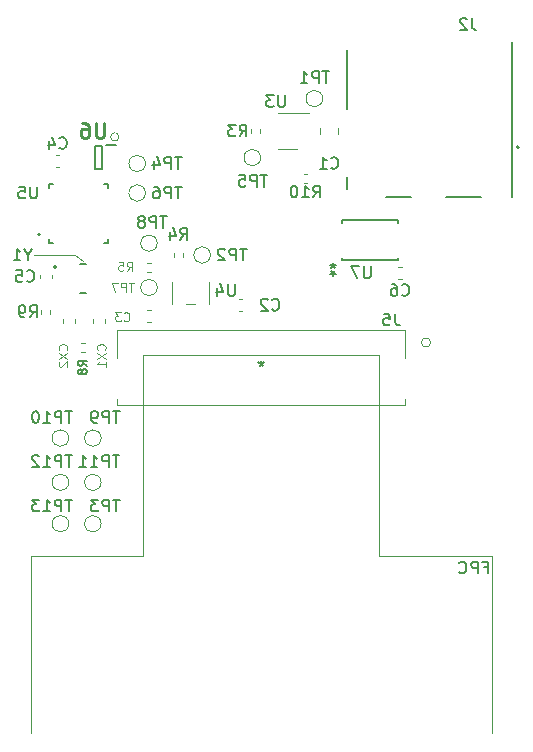
<source format=gbr>
%TF.GenerationSoftware,KiCad,Pcbnew,6.0.11-2627ca5db0~126~ubuntu22.04.1*%
%TF.CreationDate,2023-07-13T21:44:08-07:00*%
%TF.ProjectId,small-display,736d616c-6c2d-4646-9973-706c61792e6b,rev?*%
%TF.SameCoordinates,Original*%
%TF.FileFunction,Legend,Bot*%
%TF.FilePolarity,Positive*%
%FSLAX46Y46*%
G04 Gerber Fmt 4.6, Leading zero omitted, Abs format (unit mm)*
G04 Created by KiCad (PCBNEW 6.0.11-2627ca5db0~126~ubuntu22.04.1) date 2023-07-13 21:44:08*
%MOMM*%
%LPD*%
G01*
G04 APERTURE LIST*
%ADD10C,0.120000*%
%ADD11C,0.150000*%
%ADD12C,0.254000*%
%ADD13C,0.125000*%
%ADD14C,0.200000*%
%ADD15C,0.127000*%
%ADD16C,0.152400*%
G04 APERTURE END LIST*
D10*
X11500000Y-30000000D02*
X31500000Y-30000000D01*
X41000000Y-47000000D02*
X41000000Y-62000000D01*
X5750000Y-21500000D02*
X6400000Y-22000000D01*
X2000000Y-47000000D02*
X11500000Y-47000000D01*
X2250000Y-21500000D02*
X5750000Y-21500000D01*
X11500000Y-30000000D02*
X11500000Y-47000000D01*
X2000000Y-47000000D02*
X2000000Y-62000000D01*
X9457106Y-11500000D02*
G75*
G03*
X9457106Y-11500000I-353553J0D01*
G01*
X31500000Y-47000000D02*
X41000000Y-47000000D01*
X31500000Y-30000000D02*
X31500000Y-47000000D01*
D11*
X40357142Y-47928571D02*
X40690476Y-47928571D01*
X40690476Y-48452380D02*
X40690476Y-47452380D01*
X40214285Y-47452380D01*
X39833333Y-48452380D02*
X39833333Y-47452380D01*
X39452380Y-47452380D01*
X39357142Y-47500000D01*
X39309523Y-47547619D01*
X39261904Y-47642857D01*
X39261904Y-47785714D01*
X39309523Y-47880952D01*
X39357142Y-47928571D01*
X39452380Y-47976190D01*
X39833333Y-47976190D01*
X38261904Y-48357142D02*
X38309523Y-48404761D01*
X38452380Y-48452380D01*
X38547619Y-48452380D01*
X38690476Y-48404761D01*
X38785714Y-48309523D01*
X38833333Y-48214285D01*
X38880952Y-48023809D01*
X38880952Y-47880952D01*
X38833333Y-47690476D01*
X38785714Y-47595238D01*
X38690476Y-47500000D01*
X38547619Y-47452380D01*
X38452380Y-47452380D01*
X38309523Y-47500000D01*
X38261904Y-47547619D01*
%TO.C,TP4*%
X14761904Y-13202380D02*
X14190476Y-13202380D01*
X14476190Y-14202380D02*
X14476190Y-13202380D01*
X13857142Y-14202380D02*
X13857142Y-13202380D01*
X13476190Y-13202380D01*
X13380952Y-13250000D01*
X13333333Y-13297619D01*
X13285714Y-13392857D01*
X13285714Y-13535714D01*
X13333333Y-13630952D01*
X13380952Y-13678571D01*
X13476190Y-13726190D01*
X13857142Y-13726190D01*
X12428571Y-13535714D02*
X12428571Y-14202380D01*
X12666666Y-13154761D02*
X12904761Y-13869047D01*
X12285714Y-13869047D01*
%TO.C,R4*%
X14666666Y-20202380D02*
X15000000Y-19726190D01*
X15238095Y-20202380D02*
X15238095Y-19202380D01*
X14857142Y-19202380D01*
X14761904Y-19250000D01*
X14714285Y-19297619D01*
X14666666Y-19392857D01*
X14666666Y-19535714D01*
X14714285Y-19630952D01*
X14761904Y-19678571D01*
X14857142Y-19726190D01*
X15238095Y-19726190D01*
X13809523Y-19535714D02*
X13809523Y-20202380D01*
X14047619Y-19154761D02*
X14285714Y-19869047D01*
X13666666Y-19869047D01*
%TO.C,TP1*%
X27261904Y-5952380D02*
X26690476Y-5952380D01*
X26976190Y-6952380D02*
X26976190Y-5952380D01*
X26357142Y-6952380D02*
X26357142Y-5952380D01*
X25976190Y-5952380D01*
X25880952Y-6000000D01*
X25833333Y-6047619D01*
X25785714Y-6142857D01*
X25785714Y-6285714D01*
X25833333Y-6380952D01*
X25880952Y-6428571D01*
X25976190Y-6476190D01*
X26357142Y-6476190D01*
X24833333Y-6952380D02*
X25404761Y-6952380D01*
X25119047Y-6952380D02*
X25119047Y-5952380D01*
X25214285Y-6095238D01*
X25309523Y-6190476D01*
X25404761Y-6238095D01*
%TO.C,C4*%
X4416666Y-12427142D02*
X4464285Y-12474761D01*
X4607142Y-12522380D01*
X4702380Y-12522380D01*
X4845238Y-12474761D01*
X4940476Y-12379523D01*
X4988095Y-12284285D01*
X5035714Y-12093809D01*
X5035714Y-11950952D01*
X4988095Y-11760476D01*
X4940476Y-11665238D01*
X4845238Y-11570000D01*
X4702380Y-11522380D01*
X4607142Y-11522380D01*
X4464285Y-11570000D01*
X4416666Y-11617619D01*
X3559523Y-11855714D02*
X3559523Y-12522380D01*
X3797619Y-11474761D02*
X4035714Y-12189047D01*
X3416666Y-12189047D01*
D12*
%TO.C,U6*%
X8217619Y-10304523D02*
X8217619Y-11332619D01*
X8157142Y-11453571D01*
X8096666Y-11514047D01*
X7975714Y-11574523D01*
X7733809Y-11574523D01*
X7612857Y-11514047D01*
X7552380Y-11453571D01*
X7491904Y-11332619D01*
X7491904Y-10304523D01*
X6342857Y-10304523D02*
X6584761Y-10304523D01*
X6705714Y-10365000D01*
X6766190Y-10425476D01*
X6887142Y-10606904D01*
X6947619Y-10848809D01*
X6947619Y-11332619D01*
X6887142Y-11453571D01*
X6826666Y-11514047D01*
X6705714Y-11574523D01*
X6463809Y-11574523D01*
X6342857Y-11514047D01*
X6282380Y-11453571D01*
X6221904Y-11332619D01*
X6221904Y-11030238D01*
X6282380Y-10909285D01*
X6342857Y-10848809D01*
X6463809Y-10788333D01*
X6705714Y-10788333D01*
X6826666Y-10848809D01*
X6887142Y-10909285D01*
X6947619Y-11030238D01*
D11*
%TO.C,C2*%
X22416666Y-26107142D02*
X22464285Y-26154761D01*
X22607142Y-26202380D01*
X22702380Y-26202380D01*
X22845238Y-26154761D01*
X22940476Y-26059523D01*
X22988095Y-25964285D01*
X23035714Y-25773809D01*
X23035714Y-25630952D01*
X22988095Y-25440476D01*
X22940476Y-25345238D01*
X22845238Y-25250000D01*
X22702380Y-25202380D01*
X22607142Y-25202380D01*
X22464285Y-25250000D01*
X22416666Y-25297619D01*
X22035714Y-25297619D02*
X21988095Y-25250000D01*
X21892857Y-25202380D01*
X21654761Y-25202380D01*
X21559523Y-25250000D01*
X21511904Y-25297619D01*
X21464285Y-25392857D01*
X21464285Y-25488095D01*
X21511904Y-25630952D01*
X22083333Y-26202380D01*
X21464285Y-26202380D01*
%TO.C,C5*%
X1666666Y-23684642D02*
X1714285Y-23732261D01*
X1857142Y-23779880D01*
X1952380Y-23779880D01*
X2095238Y-23732261D01*
X2190476Y-23637023D01*
X2238095Y-23541785D01*
X2285714Y-23351309D01*
X2285714Y-23208452D01*
X2238095Y-23017976D01*
X2190476Y-22922738D01*
X2095238Y-22827500D01*
X1952380Y-22779880D01*
X1857142Y-22779880D01*
X1714285Y-22827500D01*
X1666666Y-22875119D01*
X761904Y-22779880D02*
X1238095Y-22779880D01*
X1285714Y-23256071D01*
X1238095Y-23208452D01*
X1142857Y-23160833D01*
X904761Y-23160833D01*
X809523Y-23208452D01*
X761904Y-23256071D01*
X714285Y-23351309D01*
X714285Y-23589404D01*
X761904Y-23684642D01*
X809523Y-23732261D01*
X904761Y-23779880D01*
X1142857Y-23779880D01*
X1238095Y-23732261D01*
X1285714Y-23684642D01*
D13*
%TO.C,CX2*%
X5017857Y-29517857D02*
X5053571Y-29482142D01*
X5089285Y-29375000D01*
X5089285Y-29303571D01*
X5053571Y-29196428D01*
X4982142Y-29125000D01*
X4910714Y-29089285D01*
X4767857Y-29053571D01*
X4660714Y-29053571D01*
X4517857Y-29089285D01*
X4446428Y-29125000D01*
X4375000Y-29196428D01*
X4339285Y-29303571D01*
X4339285Y-29375000D01*
X4375000Y-29482142D01*
X4410714Y-29517857D01*
X4339285Y-29767857D02*
X5089285Y-30267857D01*
X4339285Y-30267857D02*
X5089285Y-29767857D01*
X4410714Y-30517857D02*
X4375000Y-30553571D01*
X4339285Y-30625000D01*
X4339285Y-30803571D01*
X4375000Y-30875000D01*
X4410714Y-30910714D01*
X4482142Y-30946428D01*
X4553571Y-30946428D01*
X4660714Y-30910714D01*
X5089285Y-30482142D01*
X5089285Y-30946428D01*
D11*
%TO.C,U5*%
X2515918Y-15699496D02*
X2515918Y-16513284D01*
X2468048Y-16609024D01*
X2420178Y-16656894D01*
X2324438Y-16704764D01*
X2132959Y-16704764D01*
X2037219Y-16656894D01*
X1989349Y-16609024D01*
X1941479Y-16513284D01*
X1941479Y-15699496D01*
X984081Y-15699496D02*
X1462780Y-15699496D01*
X1510650Y-16178195D01*
X1462780Y-16130325D01*
X1367040Y-16082455D01*
X1127691Y-16082455D01*
X1031951Y-16130325D01*
X984081Y-16178195D01*
X936211Y-16273934D01*
X936211Y-16513284D01*
X984081Y-16609024D01*
X1031951Y-16656894D01*
X1127691Y-16704764D01*
X1367040Y-16704764D01*
X1462780Y-16656894D01*
X1510650Y-16609024D01*
%TO.C,TP5*%
X22011904Y-14702380D02*
X21440476Y-14702380D01*
X21726190Y-15702380D02*
X21726190Y-14702380D01*
X21107142Y-15702380D02*
X21107142Y-14702380D01*
X20726190Y-14702380D01*
X20630952Y-14750000D01*
X20583333Y-14797619D01*
X20535714Y-14892857D01*
X20535714Y-15035714D01*
X20583333Y-15130952D01*
X20630952Y-15178571D01*
X20726190Y-15226190D01*
X21107142Y-15226190D01*
X19630952Y-14702380D02*
X20107142Y-14702380D01*
X20154761Y-15178571D01*
X20107142Y-15130952D01*
X20011904Y-15083333D01*
X19773809Y-15083333D01*
X19678571Y-15130952D01*
X19630952Y-15178571D01*
X19583333Y-15273809D01*
X19583333Y-15511904D01*
X19630952Y-15607142D01*
X19678571Y-15654761D01*
X19773809Y-15702380D01*
X20011904Y-15702380D01*
X20107142Y-15654761D01*
X20154761Y-15607142D01*
%TO.C,R8*%
X6732926Y-30875000D02*
X6375783Y-30625000D01*
X6732926Y-30446428D02*
X5982926Y-30446428D01*
X5982926Y-30732142D01*
X6018641Y-30803571D01*
X6054355Y-30839285D01*
X6125783Y-30875000D01*
X6232926Y-30875000D01*
X6304355Y-30839285D01*
X6340069Y-30803571D01*
X6375783Y-30732142D01*
X6375783Y-30446428D01*
X6304355Y-31303571D02*
X6268641Y-31232142D01*
X6232926Y-31196428D01*
X6161498Y-31160714D01*
X6125783Y-31160714D01*
X6054355Y-31196428D01*
X6018641Y-31232142D01*
X5982926Y-31303571D01*
X5982926Y-31446428D01*
X6018641Y-31517857D01*
X6054355Y-31553571D01*
X6125783Y-31589285D01*
X6161498Y-31589285D01*
X6232926Y-31553571D01*
X6268641Y-31517857D01*
X6304355Y-31446428D01*
X6304355Y-31303571D01*
X6340069Y-31232142D01*
X6375783Y-31196428D01*
X6447212Y-31160714D01*
X6590069Y-31160714D01*
X6661498Y-31196428D01*
X6697212Y-31232142D01*
X6732926Y-31303571D01*
X6732926Y-31446428D01*
X6697212Y-31517857D01*
X6661498Y-31553571D01*
X6590069Y-31589285D01*
X6447212Y-31589285D01*
X6375783Y-31553571D01*
X6340069Y-31517857D01*
X6304355Y-31446428D01*
%TO.C,TP10*%
X5488095Y-34702380D02*
X4916666Y-34702380D01*
X5202380Y-35702380D02*
X5202380Y-34702380D01*
X4583333Y-35702380D02*
X4583333Y-34702380D01*
X4202380Y-34702380D01*
X4107142Y-34750000D01*
X4059523Y-34797619D01*
X4011904Y-34892857D01*
X4011904Y-35035714D01*
X4059523Y-35130952D01*
X4107142Y-35178571D01*
X4202380Y-35226190D01*
X4583333Y-35226190D01*
X3059523Y-35702380D02*
X3630952Y-35702380D01*
X3345238Y-35702380D02*
X3345238Y-34702380D01*
X3440476Y-34845238D01*
X3535714Y-34940476D01*
X3630952Y-34988095D01*
X2440476Y-34702380D02*
X2345238Y-34702380D01*
X2250000Y-34750000D01*
X2202380Y-34797619D01*
X2154761Y-34892857D01*
X2107142Y-35083333D01*
X2107142Y-35321428D01*
X2154761Y-35511904D01*
X2202380Y-35607142D01*
X2250000Y-35654761D01*
X2345238Y-35702380D01*
X2440476Y-35702380D01*
X2535714Y-35654761D01*
X2583333Y-35607142D01*
X2630952Y-35511904D01*
X2678571Y-35321428D01*
X2678571Y-35083333D01*
X2630952Y-34892857D01*
X2583333Y-34797619D01*
X2535714Y-34750000D01*
X2440476Y-34702380D01*
%TO.C,U4*%
X19261904Y-23952380D02*
X19261904Y-24761904D01*
X19214285Y-24857142D01*
X19166666Y-24904761D01*
X19071428Y-24952380D01*
X18880952Y-24952380D01*
X18785714Y-24904761D01*
X18738095Y-24857142D01*
X18690476Y-24761904D01*
X18690476Y-23952380D01*
X17785714Y-24285714D02*
X17785714Y-24952380D01*
X18023809Y-23904761D02*
X18261904Y-24619047D01*
X17642857Y-24619047D01*
%TO.C,U3*%
X23511904Y-7952380D02*
X23511904Y-8761904D01*
X23464285Y-8857142D01*
X23416666Y-8904761D01*
X23321428Y-8952380D01*
X23130952Y-8952380D01*
X23035714Y-8904761D01*
X22988095Y-8857142D01*
X22940476Y-8761904D01*
X22940476Y-7952380D01*
X22559523Y-7952380D02*
X21940476Y-7952380D01*
X22273809Y-8333333D01*
X22130952Y-8333333D01*
X22035714Y-8380952D01*
X21988095Y-8428571D01*
X21940476Y-8523809D01*
X21940476Y-8761904D01*
X21988095Y-8857142D01*
X22035714Y-8904761D01*
X22130952Y-8952380D01*
X22416666Y-8952380D01*
X22511904Y-8904761D01*
X22559523Y-8857142D01*
%TO.C,R3*%
X19666666Y-11452380D02*
X20000000Y-10976190D01*
X20238095Y-11452380D02*
X20238095Y-10452380D01*
X19857142Y-10452380D01*
X19761904Y-10500000D01*
X19714285Y-10547619D01*
X19666666Y-10642857D01*
X19666666Y-10785714D01*
X19714285Y-10880952D01*
X19761904Y-10928571D01*
X19857142Y-10976190D01*
X20238095Y-10976190D01*
X19333333Y-10452380D02*
X18714285Y-10452380D01*
X19047619Y-10833333D01*
X18904761Y-10833333D01*
X18809523Y-10880952D01*
X18761904Y-10928571D01*
X18714285Y-11023809D01*
X18714285Y-11261904D01*
X18761904Y-11357142D01*
X18809523Y-11404761D01*
X18904761Y-11452380D01*
X19190476Y-11452380D01*
X19285714Y-11404761D01*
X19333333Y-11357142D01*
D13*
%TO.C,CX1*%
X8267857Y-29517857D02*
X8303571Y-29482142D01*
X8339285Y-29375000D01*
X8339285Y-29303571D01*
X8303571Y-29196428D01*
X8232142Y-29125000D01*
X8160714Y-29089285D01*
X8017857Y-29053571D01*
X7910714Y-29053571D01*
X7767857Y-29089285D01*
X7696428Y-29125000D01*
X7625000Y-29196428D01*
X7589285Y-29303571D01*
X7589285Y-29375000D01*
X7625000Y-29482142D01*
X7660714Y-29517857D01*
X7589285Y-29767857D02*
X8339285Y-30267857D01*
X7589285Y-30267857D02*
X8339285Y-29767857D01*
X8339285Y-30946428D02*
X8339285Y-30517857D01*
X8339285Y-30732142D02*
X7589285Y-30732142D01*
X7696428Y-30660714D01*
X7767857Y-30589285D01*
X7803571Y-30517857D01*
D11*
%TO.C,TP11*%
X9488095Y-38452380D02*
X8916666Y-38452380D01*
X9202380Y-39452380D02*
X9202380Y-38452380D01*
X8583333Y-39452380D02*
X8583333Y-38452380D01*
X8202380Y-38452380D01*
X8107142Y-38500000D01*
X8059523Y-38547619D01*
X8011904Y-38642857D01*
X8011904Y-38785714D01*
X8059523Y-38880952D01*
X8107142Y-38928571D01*
X8202380Y-38976190D01*
X8583333Y-38976190D01*
X7059523Y-39452380D02*
X7630952Y-39452380D01*
X7345238Y-39452380D02*
X7345238Y-38452380D01*
X7440476Y-38595238D01*
X7535714Y-38690476D01*
X7630952Y-38738095D01*
X6107142Y-39452380D02*
X6678571Y-39452380D01*
X6392857Y-39452380D02*
X6392857Y-38452380D01*
X6488095Y-38595238D01*
X6583333Y-38690476D01*
X6678571Y-38738095D01*
%TO.C,TP8*%
X13511904Y-18202380D02*
X12940476Y-18202380D01*
X13226190Y-19202380D02*
X13226190Y-18202380D01*
X12607142Y-19202380D02*
X12607142Y-18202380D01*
X12226190Y-18202380D01*
X12130952Y-18250000D01*
X12083333Y-18297619D01*
X12035714Y-18392857D01*
X12035714Y-18535714D01*
X12083333Y-18630952D01*
X12130952Y-18678571D01*
X12226190Y-18726190D01*
X12607142Y-18726190D01*
X11464285Y-18630952D02*
X11559523Y-18583333D01*
X11607142Y-18535714D01*
X11654761Y-18440476D01*
X11654761Y-18392857D01*
X11607142Y-18297619D01*
X11559523Y-18250000D01*
X11464285Y-18202380D01*
X11273809Y-18202380D01*
X11178571Y-18250000D01*
X11130952Y-18297619D01*
X11083333Y-18392857D01*
X11083333Y-18440476D01*
X11130952Y-18535714D01*
X11178571Y-18583333D01*
X11273809Y-18630952D01*
X11464285Y-18630952D01*
X11559523Y-18678571D01*
X11607142Y-18726190D01*
X11654761Y-18821428D01*
X11654761Y-19011904D01*
X11607142Y-19107142D01*
X11559523Y-19154761D01*
X11464285Y-19202380D01*
X11273809Y-19202380D01*
X11178571Y-19154761D01*
X11130952Y-19107142D01*
X11083333Y-19011904D01*
X11083333Y-18821428D01*
X11130952Y-18726190D01*
X11178571Y-18678571D01*
X11273809Y-18630952D01*
%TO.C,C1*%
X27416666Y-14107142D02*
X27464285Y-14154761D01*
X27607142Y-14202380D01*
X27702380Y-14202380D01*
X27845238Y-14154761D01*
X27940476Y-14059523D01*
X27988095Y-13964285D01*
X28035714Y-13773809D01*
X28035714Y-13630952D01*
X27988095Y-13440476D01*
X27940476Y-13345238D01*
X27845238Y-13250000D01*
X27702380Y-13202380D01*
X27607142Y-13202380D01*
X27464285Y-13250000D01*
X27416666Y-13297619D01*
X26464285Y-14202380D02*
X27035714Y-14202380D01*
X26750000Y-14202380D02*
X26750000Y-13202380D01*
X26845238Y-13345238D01*
X26940476Y-13440476D01*
X27035714Y-13488095D01*
%TO.C,TP2*%
X20261904Y-20952380D02*
X19690476Y-20952380D01*
X19976190Y-21952380D02*
X19976190Y-20952380D01*
X19357142Y-21952380D02*
X19357142Y-20952380D01*
X18976190Y-20952380D01*
X18880952Y-21000000D01*
X18833333Y-21047619D01*
X18785714Y-21142857D01*
X18785714Y-21285714D01*
X18833333Y-21380952D01*
X18880952Y-21428571D01*
X18976190Y-21476190D01*
X19357142Y-21476190D01*
X18404761Y-21047619D02*
X18357142Y-21000000D01*
X18261904Y-20952380D01*
X18023809Y-20952380D01*
X17928571Y-21000000D01*
X17880952Y-21047619D01*
X17833333Y-21142857D01*
X17833333Y-21238095D01*
X17880952Y-21380952D01*
X18452380Y-21952380D01*
X17833333Y-21952380D01*
%TO.C,R10*%
X25892857Y-16622380D02*
X26226190Y-16146190D01*
X26464285Y-16622380D02*
X26464285Y-15622380D01*
X26083333Y-15622380D01*
X25988095Y-15670000D01*
X25940476Y-15717619D01*
X25892857Y-15812857D01*
X25892857Y-15955714D01*
X25940476Y-16050952D01*
X25988095Y-16098571D01*
X26083333Y-16146190D01*
X26464285Y-16146190D01*
X24940476Y-16622380D02*
X25511904Y-16622380D01*
X25226190Y-16622380D02*
X25226190Y-15622380D01*
X25321428Y-15765238D01*
X25416666Y-15860476D01*
X25511904Y-15908095D01*
X24321428Y-15622380D02*
X24226190Y-15622380D01*
X24130952Y-15670000D01*
X24083333Y-15717619D01*
X24035714Y-15812857D01*
X23988095Y-16003333D01*
X23988095Y-16241428D01*
X24035714Y-16431904D01*
X24083333Y-16527142D01*
X24130952Y-16574761D01*
X24226190Y-16622380D01*
X24321428Y-16622380D01*
X24416666Y-16574761D01*
X24464285Y-16527142D01*
X24511904Y-16431904D01*
X24559523Y-16241428D01*
X24559523Y-16003333D01*
X24511904Y-15812857D01*
X24464285Y-15717619D01*
X24416666Y-15670000D01*
X24321428Y-15622380D01*
D13*
%TO.C,TP7*%
X10696428Y-23839285D02*
X10267857Y-23839285D01*
X10482142Y-24589285D02*
X10482142Y-23839285D01*
X10017857Y-24589285D02*
X10017857Y-23839285D01*
X9732142Y-23839285D01*
X9660714Y-23875000D01*
X9625000Y-23910714D01*
X9589285Y-23982142D01*
X9589285Y-24089285D01*
X9625000Y-24160714D01*
X9660714Y-24196428D01*
X9732142Y-24232142D01*
X10017857Y-24232142D01*
X9339285Y-23839285D02*
X8839285Y-23839285D01*
X9160714Y-24589285D01*
D11*
%TO.C,J2*%
X39333561Y-1452005D02*
X39333561Y-2166780D01*
X39381213Y-2309735D01*
X39476516Y-2405039D01*
X39619471Y-2452690D01*
X39714775Y-2452690D01*
X38904696Y-1547309D02*
X38857045Y-1499657D01*
X38761741Y-1452005D01*
X38523483Y-1452005D01*
X38428180Y-1499657D01*
X38380528Y-1547309D01*
X38332876Y-1642612D01*
X38332876Y-1737915D01*
X38380528Y-1880870D01*
X38952348Y-2452690D01*
X38332876Y-2452690D01*
%TO.C,Y1*%
X1726190Y-21476190D02*
X1726190Y-21952380D01*
X2059523Y-20952380D02*
X1726190Y-21476190D01*
X1392857Y-20952380D01*
X535714Y-21952380D02*
X1107142Y-21952380D01*
X821428Y-21952380D02*
X821428Y-20952380D01*
X916666Y-21095238D01*
X1011904Y-21190476D01*
X1107142Y-21238095D01*
%TO.C,TP13*%
X5488095Y-42202380D02*
X4916666Y-42202380D01*
X5202380Y-43202380D02*
X5202380Y-42202380D01*
X4583333Y-43202380D02*
X4583333Y-42202380D01*
X4202380Y-42202380D01*
X4107142Y-42250000D01*
X4059523Y-42297619D01*
X4011904Y-42392857D01*
X4011904Y-42535714D01*
X4059523Y-42630952D01*
X4107142Y-42678571D01*
X4202380Y-42726190D01*
X4583333Y-42726190D01*
X3059523Y-43202380D02*
X3630952Y-43202380D01*
X3345238Y-43202380D02*
X3345238Y-42202380D01*
X3440476Y-42345238D01*
X3535714Y-42440476D01*
X3630952Y-42488095D01*
X2726190Y-42202380D02*
X2107142Y-42202380D01*
X2440476Y-42583333D01*
X2297619Y-42583333D01*
X2202380Y-42630952D01*
X2154761Y-42678571D01*
X2107142Y-42773809D01*
X2107142Y-43011904D01*
X2154761Y-43107142D01*
X2202380Y-43154761D01*
X2297619Y-43202380D01*
X2583333Y-43202380D01*
X2678571Y-43154761D01*
X2726190Y-43107142D01*
%TO.C,R9*%
X1916666Y-26769880D02*
X2250000Y-26293690D01*
X2488095Y-26769880D02*
X2488095Y-25769880D01*
X2107142Y-25769880D01*
X2011904Y-25817500D01*
X1964285Y-25865119D01*
X1916666Y-25960357D01*
X1916666Y-26103214D01*
X1964285Y-26198452D01*
X2011904Y-26246071D01*
X2107142Y-26293690D01*
X2488095Y-26293690D01*
X1440476Y-26769880D02*
X1250000Y-26769880D01*
X1154761Y-26722261D01*
X1107142Y-26674642D01*
X1011904Y-26531785D01*
X964285Y-26341309D01*
X964285Y-25960357D01*
X1011904Y-25865119D01*
X1059523Y-25817500D01*
X1154761Y-25769880D01*
X1345238Y-25769880D01*
X1440476Y-25817500D01*
X1488095Y-25865119D01*
X1535714Y-25960357D01*
X1535714Y-26198452D01*
X1488095Y-26293690D01*
X1440476Y-26341309D01*
X1345238Y-26388928D01*
X1154761Y-26388928D01*
X1059523Y-26341309D01*
X1011904Y-26293690D01*
X964285Y-26198452D01*
%TO.C,TP12*%
X5488095Y-38452380D02*
X4916666Y-38452380D01*
X5202380Y-39452380D02*
X5202380Y-38452380D01*
X4583333Y-39452380D02*
X4583333Y-38452380D01*
X4202380Y-38452380D01*
X4107142Y-38500000D01*
X4059523Y-38547619D01*
X4011904Y-38642857D01*
X4011904Y-38785714D01*
X4059523Y-38880952D01*
X4107142Y-38928571D01*
X4202380Y-38976190D01*
X4583333Y-38976190D01*
X3059523Y-39452380D02*
X3630952Y-39452380D01*
X3345238Y-39452380D02*
X3345238Y-38452380D01*
X3440476Y-38595238D01*
X3535714Y-38690476D01*
X3630952Y-38738095D01*
X2678571Y-38547619D02*
X2630952Y-38500000D01*
X2535714Y-38452380D01*
X2297619Y-38452380D01*
X2202380Y-38500000D01*
X2154761Y-38547619D01*
X2107142Y-38642857D01*
X2107142Y-38738095D01*
X2154761Y-38880952D01*
X2726190Y-39452380D01*
X2107142Y-39452380D01*
%TO.C,TP6*%
X14761904Y-15702380D02*
X14190476Y-15702380D01*
X14476190Y-16702380D02*
X14476190Y-15702380D01*
X13857142Y-16702380D02*
X13857142Y-15702380D01*
X13476190Y-15702380D01*
X13380952Y-15750000D01*
X13333333Y-15797619D01*
X13285714Y-15892857D01*
X13285714Y-16035714D01*
X13333333Y-16130952D01*
X13380952Y-16178571D01*
X13476190Y-16226190D01*
X13857142Y-16226190D01*
X12428571Y-15702380D02*
X12619047Y-15702380D01*
X12714285Y-15750000D01*
X12761904Y-15797619D01*
X12857142Y-15940476D01*
X12904761Y-16130952D01*
X12904761Y-16511904D01*
X12857142Y-16607142D01*
X12809523Y-16654761D01*
X12714285Y-16702380D01*
X12523809Y-16702380D01*
X12428571Y-16654761D01*
X12380952Y-16607142D01*
X12333333Y-16511904D01*
X12333333Y-16273809D01*
X12380952Y-16178571D01*
X12428571Y-16130952D01*
X12523809Y-16083333D01*
X12714285Y-16083333D01*
X12809523Y-16130952D01*
X12857142Y-16178571D01*
X12904761Y-16273809D01*
%TO.C,C6*%
X33416666Y-24857142D02*
X33464285Y-24904761D01*
X33607142Y-24952380D01*
X33702380Y-24952380D01*
X33845238Y-24904761D01*
X33940476Y-24809523D01*
X33988095Y-24714285D01*
X34035714Y-24523809D01*
X34035714Y-24380952D01*
X33988095Y-24190476D01*
X33940476Y-24095238D01*
X33845238Y-24000000D01*
X33702380Y-23952380D01*
X33607142Y-23952380D01*
X33464285Y-24000000D01*
X33416666Y-24047619D01*
X32559523Y-23952380D02*
X32750000Y-23952380D01*
X32845238Y-24000000D01*
X32892857Y-24047619D01*
X32988095Y-24190476D01*
X33035714Y-24380952D01*
X33035714Y-24761904D01*
X32988095Y-24857142D01*
X32940476Y-24904761D01*
X32845238Y-24952380D01*
X32654761Y-24952380D01*
X32559523Y-24904761D01*
X32511904Y-24857142D01*
X32464285Y-24761904D01*
X32464285Y-24523809D01*
X32511904Y-24428571D01*
X32559523Y-24380952D01*
X32654761Y-24333333D01*
X32845238Y-24333333D01*
X32940476Y-24380952D01*
X32988095Y-24428571D01*
X33035714Y-24523809D01*
%TO.C,U7*%
X30761904Y-22452380D02*
X30761904Y-23261904D01*
X30714285Y-23357142D01*
X30666666Y-23404761D01*
X30571428Y-23452380D01*
X30380952Y-23452380D01*
X30285714Y-23404761D01*
X30238095Y-23357142D01*
X30190476Y-23261904D01*
X30190476Y-22452380D01*
X29809523Y-22452380D02*
X29142857Y-22452380D01*
X29571428Y-23452380D01*
X27575000Y-22175959D02*
X27575000Y-22414055D01*
X27813095Y-22318817D02*
X27575000Y-22414055D01*
X27336904Y-22318817D01*
X27717857Y-22604531D02*
X27575000Y-22414055D01*
X27432142Y-22604531D01*
X27575000Y-23271198D02*
X27575000Y-23033102D01*
X27336904Y-23128340D02*
X27575000Y-23033102D01*
X27813095Y-23128340D01*
X27432142Y-22842626D02*
X27575000Y-23033102D01*
X27717857Y-22842626D01*
D13*
%TO.C,C3*%
X9875000Y-27017857D02*
X9910714Y-27053571D01*
X10017857Y-27089285D01*
X10089285Y-27089285D01*
X10196428Y-27053571D01*
X10267857Y-26982142D01*
X10303571Y-26910714D01*
X10339285Y-26767857D01*
X10339285Y-26660714D01*
X10303571Y-26517857D01*
X10267857Y-26446428D01*
X10196428Y-26375000D01*
X10089285Y-26339285D01*
X10017857Y-26339285D01*
X9910714Y-26375000D01*
X9875000Y-26410714D01*
X9625000Y-26339285D02*
X9160714Y-26339285D01*
X9410714Y-26625000D01*
X9303571Y-26625000D01*
X9232142Y-26660714D01*
X9196428Y-26696428D01*
X9160714Y-26767857D01*
X9160714Y-26946428D01*
X9196428Y-27017857D01*
X9232142Y-27053571D01*
X9303571Y-27089285D01*
X9517857Y-27089285D01*
X9589285Y-27053571D01*
X9625000Y-27017857D01*
%TO.C,R5*%
X10125000Y-22839285D02*
X10375000Y-22482142D01*
X10553571Y-22839285D02*
X10553571Y-22089285D01*
X10267857Y-22089285D01*
X10196428Y-22125000D01*
X10160714Y-22160714D01*
X10125000Y-22232142D01*
X10125000Y-22339285D01*
X10160714Y-22410714D01*
X10196428Y-22446428D01*
X10267857Y-22482142D01*
X10553571Y-22482142D01*
X9446428Y-22089285D02*
X9803571Y-22089285D01*
X9839285Y-22446428D01*
X9803571Y-22410714D01*
X9732142Y-22375000D01*
X9553571Y-22375000D01*
X9482142Y-22410714D01*
X9446428Y-22446428D01*
X9410714Y-22517857D01*
X9410714Y-22696428D01*
X9446428Y-22767857D01*
X9482142Y-22803571D01*
X9553571Y-22839285D01*
X9732142Y-22839285D01*
X9803571Y-22803571D01*
X9839285Y-22767857D01*
D11*
%TO.C,J5*%
X32833333Y-26452380D02*
X32833333Y-27166666D01*
X32880952Y-27309523D01*
X32976190Y-27404761D01*
X33119047Y-27452380D01*
X33214285Y-27452380D01*
X31880952Y-26452380D02*
X32357142Y-26452380D01*
X32404761Y-26928571D01*
X32357142Y-26880952D01*
X32261904Y-26833333D01*
X32023809Y-26833333D01*
X31928571Y-26880952D01*
X31880952Y-26928571D01*
X31833333Y-27023809D01*
X31833333Y-27261904D01*
X31880952Y-27357142D01*
X31928571Y-27404761D01*
X32023809Y-27452380D01*
X32261904Y-27452380D01*
X32357142Y-27404761D01*
X32404761Y-27357142D01*
X21500000Y-30452380D02*
X21500000Y-30690476D01*
X21738095Y-30595238D02*
X21500000Y-30690476D01*
X21261904Y-30595238D01*
X21642857Y-30880952D02*
X21500000Y-30690476D01*
X21357142Y-30880952D01*
%TO.C,TP3*%
X9511904Y-42202380D02*
X8940476Y-42202380D01*
X9226190Y-43202380D02*
X9226190Y-42202380D01*
X8607142Y-43202380D02*
X8607142Y-42202380D01*
X8226190Y-42202380D01*
X8130952Y-42250000D01*
X8083333Y-42297619D01*
X8035714Y-42392857D01*
X8035714Y-42535714D01*
X8083333Y-42630952D01*
X8130952Y-42678571D01*
X8226190Y-42726190D01*
X8607142Y-42726190D01*
X7702380Y-42202380D02*
X7083333Y-42202380D01*
X7416666Y-42583333D01*
X7273809Y-42583333D01*
X7178571Y-42630952D01*
X7130952Y-42678571D01*
X7083333Y-42773809D01*
X7083333Y-43011904D01*
X7130952Y-43107142D01*
X7178571Y-43154761D01*
X7273809Y-43202380D01*
X7559523Y-43202380D01*
X7654761Y-43154761D01*
X7702380Y-43107142D01*
%TO.C,TP9*%
X9511904Y-34702380D02*
X8940476Y-34702380D01*
X9226190Y-35702380D02*
X9226190Y-34702380D01*
X8607142Y-35702380D02*
X8607142Y-34702380D01*
X8226190Y-34702380D01*
X8130952Y-34750000D01*
X8083333Y-34797619D01*
X8035714Y-34892857D01*
X8035714Y-35035714D01*
X8083333Y-35130952D01*
X8130952Y-35178571D01*
X8226190Y-35226190D01*
X8607142Y-35226190D01*
X7559523Y-35702380D02*
X7369047Y-35702380D01*
X7273809Y-35654761D01*
X7226190Y-35607142D01*
X7130952Y-35464285D01*
X7083333Y-35273809D01*
X7083333Y-34892857D01*
X7130952Y-34797619D01*
X7178571Y-34750000D01*
X7273809Y-34702380D01*
X7464285Y-34702380D01*
X7559523Y-34750000D01*
X7607142Y-34797619D01*
X7654761Y-34892857D01*
X7654761Y-35130952D01*
X7607142Y-35226190D01*
X7559523Y-35273809D01*
X7464285Y-35321428D01*
X7273809Y-35321428D01*
X7178571Y-35273809D01*
X7130952Y-35226190D01*
X7083333Y-35130952D01*
D10*
%TO.C,TP4*%
X11700000Y-13750000D02*
G75*
G03*
X11700000Y-13750000I-700000J0D01*
G01*
%TO.C,R4*%
X14120000Y-21653641D02*
X14120000Y-21346359D01*
X14880000Y-21653641D02*
X14880000Y-21346359D01*
%TO.C,TP1*%
X26700000Y-8250000D02*
G75*
G03*
X26700000Y-8250000I-700000J0D01*
G01*
%TO.C,C4*%
X4390580Y-14010000D02*
X4109420Y-14010000D01*
X4390580Y-12990000D02*
X4109420Y-12990000D01*
D14*
%TO.C,U6*%
X8000000Y-14250000D02*
X8000000Y-12250000D01*
X7450000Y-12250000D02*
X7450000Y-14250000D01*
X7450000Y-14250000D02*
X8000000Y-14250000D01*
X9200000Y-12150000D02*
X8350000Y-12150000D01*
X8000000Y-12250000D02*
X7450000Y-12250000D01*
D10*
%TO.C,C2*%
X19609420Y-26260000D02*
X19890580Y-26260000D01*
X19609420Y-25240000D02*
X19890580Y-25240000D01*
%TO.C,C5*%
X3760000Y-23186920D02*
X3760000Y-23468080D01*
X2740000Y-23186920D02*
X2740000Y-23468080D01*
%TO.C,CX2*%
X4740000Y-26936920D02*
X4740000Y-27218080D01*
X5760000Y-26936920D02*
X5760000Y-27218080D01*
D15*
%TO.C,U5*%
X3500000Y-20500000D02*
X3850000Y-20500000D01*
X8500000Y-15500000D02*
X8500000Y-15850000D01*
X8500000Y-20500000D02*
X8150000Y-20500000D01*
X3500000Y-15500000D02*
X3500000Y-15850000D01*
X8500000Y-15500000D02*
X8150000Y-15500000D01*
X8500000Y-20500000D02*
X8500000Y-20150000D01*
X3500000Y-15500000D02*
X3850000Y-15500000D01*
X3500000Y-20500000D02*
X3500000Y-20150000D01*
D14*
X2805000Y-19760000D02*
G75*
G03*
X2805000Y-19760000I-100000J0D01*
G01*
D10*
%TO.C,TP5*%
X21450000Y-13250000D02*
G75*
G03*
X21450000Y-13250000I-700000J0D01*
G01*
%TO.C,R8*%
X6240000Y-28947500D02*
X6547282Y-28947500D01*
X6240000Y-29707500D02*
X6547282Y-29707500D01*
%TO.C,TP10*%
X5200000Y-37000000D02*
G75*
G03*
X5200000Y-37000000I-700000J0D01*
G01*
%TO.C,U4*%
X17074800Y-23822900D02*
X17074800Y-25677100D01*
X15891160Y-25677100D02*
X15108840Y-25677100D01*
X13925200Y-25677100D02*
X13925200Y-23822900D01*
%TO.C,U3*%
X23750000Y-9440000D02*
X25550000Y-9440000D01*
X23750000Y-9440000D02*
X22950000Y-9440000D01*
X23750000Y-12560000D02*
X24550000Y-12560000D01*
X23750000Y-12560000D02*
X22950000Y-12560000D01*
%TO.C,R3*%
X20620000Y-10846359D02*
X20620000Y-11153641D01*
X21380000Y-10846359D02*
X21380000Y-11153641D01*
%TO.C,CX1*%
X7240000Y-26936920D02*
X7240000Y-27218080D01*
X8260000Y-26936920D02*
X8260000Y-27218080D01*
%TO.C,TP11*%
X7950000Y-40750000D02*
G75*
G03*
X7950000Y-40750000I-700000J0D01*
G01*
%TO.C,TP8*%
X12700000Y-20500000D02*
G75*
G03*
X12700000Y-20500000I-700000J0D01*
G01*
%TO.C,C1*%
X26515000Y-10738748D02*
X26515000Y-11261252D01*
X27985000Y-10738748D02*
X27985000Y-11261252D01*
%TO.C,TP2*%
X17200000Y-21500000D02*
G75*
G03*
X17200000Y-21500000I-700000J0D01*
G01*
%TO.C,R10*%
X25096359Y-14620000D02*
X25403641Y-14620000D01*
X25096359Y-15380000D02*
X25403641Y-15380000D01*
%TO.C,TP7*%
X12700000Y-24250000D02*
G75*
G03*
X12700000Y-24250000I-700000J0D01*
G01*
D15*
%TO.C,J2*%
X28725000Y-15876000D02*
X28725000Y-14874000D01*
X40075000Y-16550000D02*
X37175000Y-16550000D01*
X34175000Y-16550000D02*
X32075000Y-16550000D01*
X28725000Y-9126000D02*
X28725000Y-4124000D01*
X42775000Y-16550000D02*
X42775000Y-3450000D01*
D14*
X43325000Y-12380000D02*
G75*
G03*
X43325000Y-12380000I-100000J0D01*
G01*
D15*
%TO.C,Y1*%
X6130000Y-22227500D02*
X6670000Y-22227500D01*
X6670000Y-24727500D02*
X6130000Y-24727500D01*
D14*
X4150000Y-22507500D02*
G75*
G03*
X4150000Y-22507500I-100000J0D01*
G01*
D10*
%TO.C,TP13*%
X5200000Y-44250000D02*
G75*
G03*
X5200000Y-44250000I-700000J0D01*
G01*
%TO.C,R9*%
X2870000Y-26163859D02*
X2870000Y-26471141D01*
X3630000Y-26163859D02*
X3630000Y-26471141D01*
%TO.C,TP12*%
X5200000Y-40750000D02*
G75*
G03*
X5200000Y-40750000I-700000J0D01*
G01*
%TO.C,TP6*%
X11700000Y-16250000D02*
G75*
G03*
X11700000Y-16250000I-700000J0D01*
G01*
%TO.C,C6*%
X33390580Y-23510000D02*
X33109420Y-23510000D01*
X33390580Y-22490000D02*
X33109420Y-22490000D01*
D16*
%TO.C,U7*%
X33124900Y-18573600D02*
X33124900Y-18764481D01*
X33124900Y-21735519D02*
X33124900Y-21926400D01*
X33124900Y-21926400D02*
X28375100Y-21926400D01*
X28375100Y-18764481D02*
X28375100Y-18573600D01*
X28375100Y-18573600D02*
X33124900Y-18573600D01*
X28375100Y-21926400D02*
X28375100Y-21735519D01*
D10*
%TO.C,C3*%
X12140580Y-26140000D02*
X11859420Y-26140000D01*
X12140580Y-27160000D02*
X11859420Y-27160000D01*
%TO.C,R5*%
X12153641Y-22900000D02*
X11846359Y-22900000D01*
X12153641Y-22140000D02*
X11846359Y-22140000D01*
%TO.C,J5*%
X33679300Y-34162299D02*
X9320700Y-34162299D01*
X9320700Y-30254959D02*
X9320700Y-27837700D01*
X33679300Y-27837700D02*
X33679300Y-30254959D01*
X33679300Y-33714439D02*
X33679300Y-34162299D01*
X9320700Y-34162299D02*
X9320700Y-33714439D01*
X9320700Y-27837700D02*
X33679300Y-27837700D01*
X35838300Y-28904700D02*
G75*
G03*
X35838300Y-28904700I-381000J0D01*
G01*
%TO.C,TP3*%
X7950000Y-44250000D02*
G75*
G03*
X7950000Y-44250000I-700000J0D01*
G01*
%TO.C,TP9*%
X7950000Y-37000000D02*
G75*
G03*
X7950000Y-37000000I-700000J0D01*
G01*
%TD*%
M02*

</source>
